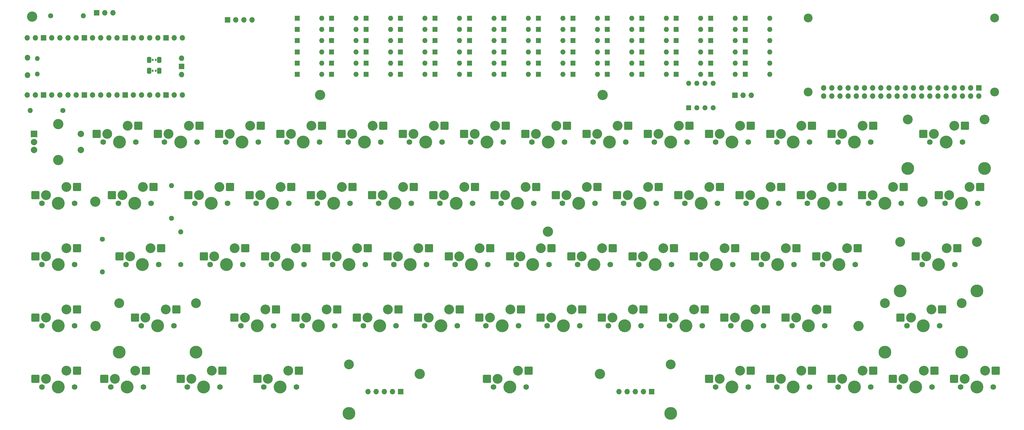
<source format=gbs>
G04 #@! TF.GenerationSoftware,KiCad,Pcbnew,7.0.7*
G04 #@! TF.CreationDate,2023-09-04T20:14:06-04:00*
G04 #@! TF.ProjectId,MainBoard,4d61696e-426f-4617-9264-2e6b69636164,rev?*
G04 #@! TF.SameCoordinates,Original*
G04 #@! TF.FileFunction,Soldermask,Bot*
G04 #@! TF.FilePolarity,Negative*
%FSLAX46Y46*%
G04 Gerber Fmt 4.6, Leading zero omitted, Abs format (unit mm)*
G04 Created by KiCad (PCBNEW 7.0.7) date 2023-09-04 20:14:06*
%MOMM*%
%LPD*%
G01*
G04 APERTURE LIST*
G04 Aperture macros list*
%AMRoundRect*
0 Rectangle with rounded corners*
0 $1 Rounding radius*
0 $2 $3 $4 $5 $6 $7 $8 $9 X,Y pos of 4 corners*
0 Add a 4 corners polygon primitive as box body*
4,1,4,$2,$3,$4,$5,$6,$7,$8,$9,$2,$3,0*
0 Add four circle primitives for the rounded corners*
1,1,$1+$1,$2,$3*
1,1,$1+$1,$4,$5*
1,1,$1+$1,$6,$7*
1,1,$1+$1,$8,$9*
0 Add four rect primitives between the rounded corners*
20,1,$1+$1,$2,$3,$4,$5,0*
20,1,$1+$1,$4,$5,$6,$7,0*
20,1,$1+$1,$6,$7,$8,$9,0*
20,1,$1+$1,$8,$9,$2,$3,0*%
G04 Aperture macros list end*
%ADD10RoundRect,0.250000X0.412500X0.650000X-0.412500X0.650000X-0.412500X-0.650000X0.412500X-0.650000X0*%
%ADD11RoundRect,0.140000X0.140000X0.170000X-0.140000X0.170000X-0.140000X-0.170000X0.140000X-0.170000X0*%
%ADD12R,1.600000X1.600000*%
%ADD13O,1.600000X1.600000*%
%ADD14C,3.200000*%
%ADD15C,3.048000*%
%ADD16C,3.987800*%
%ADD17R,1.700000X1.700000*%
%ADD18O,1.700000X1.700000*%
%ADD19C,2.750000*%
%ADD20R,2.000000X2.000000*%
%ADD21C,2.000000*%
%ADD22O,1.800000X1.800000*%
%ADD23O,1.500000X1.500000*%
%ADD24C,1.750000*%
%ADD25C,3.050000*%
%ADD26C,4.000000*%
%ADD27RoundRect,0.250000X1.025000X1.000000X-1.025000X1.000000X-1.025000X-1.000000X1.025000X-1.000000X0*%
%ADD28C,1.600000*%
G04 APERTURE END LIST*
D10*
X42964500Y-27330400D03*
D11*
X41882000Y-27330400D03*
X40922000Y-27330400D03*
D10*
X39839500Y-27330400D03*
X42964500Y-23980400D03*
D11*
X41882000Y-23980400D03*
X40922000Y-23980400D03*
D10*
X39839500Y-23980400D03*
D12*
X85860000Y-18000000D03*
D13*
X93480000Y-18000000D03*
D14*
X180924200Y-34899600D03*
D12*
X225220000Y-28500000D03*
D13*
X232840000Y-28500000D03*
D14*
X23088600Y-68072000D03*
X92989400Y-34899600D03*
D15*
X275812000Y-42540000D03*
D16*
X275812000Y-57750000D03*
D15*
X299688000Y-42540000D03*
D16*
X299688000Y-57750000D03*
D12*
X128740000Y-14500000D03*
D13*
X136360000Y-14500000D03*
D12*
X118020000Y-28500000D03*
D13*
X125640000Y-28500000D03*
D12*
X160900000Y-11000000D03*
D13*
X168520000Y-11000000D03*
D12*
X85860000Y-14500000D03*
D13*
X93480000Y-14500000D03*
D12*
X182340000Y-18000000D03*
D13*
X189960000Y-18000000D03*
D12*
X128740000Y-21500000D03*
D13*
X136360000Y-21500000D03*
D12*
X203780000Y-18000000D03*
D13*
X211400000Y-18000000D03*
D14*
X280390600Y-68072000D03*
D12*
X107300000Y-28500000D03*
D13*
X114920000Y-28500000D03*
D12*
X96580000Y-14500000D03*
D13*
X104200000Y-14500000D03*
D12*
X150180000Y-28500000D03*
D13*
X157800000Y-28500000D03*
D12*
X193060000Y-11000000D03*
D13*
X200680000Y-11000000D03*
D12*
X225220000Y-21500000D03*
D13*
X232840000Y-21500000D03*
D12*
X107300000Y-11000000D03*
D13*
X114920000Y-11000000D03*
D12*
X128740000Y-11000000D03*
D13*
X136360000Y-11000000D03*
D12*
X203780000Y-14500000D03*
D13*
X211400000Y-14500000D03*
D12*
X150180000Y-11000000D03*
D13*
X157800000Y-11000000D03*
D12*
X160900000Y-21500000D03*
D13*
X168520000Y-21500000D03*
D14*
X163906200Y-77419200D03*
D12*
X203780000Y-28500000D03*
D13*
X211400000Y-28500000D03*
D12*
X118020000Y-21500000D03*
D13*
X125640000Y-21500000D03*
D12*
X171620000Y-28500000D03*
D13*
X179240000Y-28500000D03*
D12*
X193060000Y-14500000D03*
D13*
X200680000Y-14500000D03*
D12*
X203780000Y-21500000D03*
D13*
X211400000Y-21500000D03*
D17*
X64220000Y-11500000D03*
D18*
X66760000Y-11500000D03*
X69300000Y-11500000D03*
X71840000Y-11500000D03*
D12*
X150180000Y-21500000D03*
D13*
X157800000Y-21500000D03*
D12*
X214500000Y-11000000D03*
D13*
X222120000Y-11000000D03*
D12*
X182340000Y-21500000D03*
D13*
X189960000Y-21500000D03*
D12*
X214500000Y-18000000D03*
D13*
X222120000Y-18000000D03*
D17*
X222072200Y-35026600D03*
D18*
X224612200Y-35026600D03*
X227152200Y-35026600D03*
D14*
X180068750Y-121725000D03*
X23190200Y-106781600D03*
D12*
X225220000Y-14500000D03*
D13*
X232840000Y-14500000D03*
D12*
X139460000Y-18000000D03*
D13*
X147080000Y-18000000D03*
D12*
X193060000Y-28500000D03*
D13*
X200680000Y-28500000D03*
D12*
X193060000Y-21500000D03*
D13*
X200680000Y-21500000D03*
D12*
X118020000Y-11000000D03*
D13*
X125640000Y-11000000D03*
D15*
X273430750Y-80640000D03*
D16*
X273430750Y-95850000D03*
D15*
X297306750Y-80640000D03*
D16*
X297306750Y-95850000D03*
D12*
X225220000Y-25000000D03*
D13*
X232840000Y-25000000D03*
D12*
X171620000Y-18000000D03*
D13*
X179240000Y-18000000D03*
D15*
X30543250Y-99690000D03*
D16*
X30543250Y-114900000D03*
D15*
X54419250Y-99690000D03*
D16*
X54419250Y-114900000D03*
D12*
X171620000Y-21500000D03*
D13*
X179240000Y-21500000D03*
D12*
X107300000Y-25000000D03*
D13*
X114920000Y-25000000D03*
D12*
X182340000Y-14500000D03*
D13*
X189960000Y-14500000D03*
D12*
X96580000Y-28500000D03*
D13*
X104200000Y-28500000D03*
D12*
X107300000Y-21500000D03*
D13*
X114920000Y-21500000D03*
D12*
X171620000Y-25000000D03*
D13*
X179240000Y-25000000D03*
D12*
X182340000Y-11000000D03*
D13*
X189960000Y-11000000D03*
D12*
X85860000Y-21500000D03*
D13*
X93480000Y-21500000D03*
D12*
X139460000Y-21500000D03*
D13*
X147080000Y-21500000D03*
D15*
X268668250Y-99690000D03*
D16*
X268668250Y-114900000D03*
D15*
X292544250Y-99690000D03*
D16*
X292544250Y-114900000D03*
D19*
X302800000Y-10950000D03*
X244800000Y-10950000D03*
X302800000Y-33950000D03*
X244800000Y-33950000D03*
D17*
X297930000Y-32680000D03*
D18*
X297930000Y-35220000D03*
X295390000Y-32680000D03*
X295390000Y-35220000D03*
X292850000Y-32680000D03*
X292850000Y-35220000D03*
X290310000Y-32680000D03*
X290310000Y-35220000D03*
X287770000Y-32680000D03*
X287770000Y-35220000D03*
X285230000Y-32680000D03*
X285230000Y-35220000D03*
X282690000Y-32680000D03*
X282690000Y-35220000D03*
X280150000Y-32680000D03*
X280150000Y-35220000D03*
X277610000Y-32680000D03*
X277610000Y-35220000D03*
X275070000Y-32680000D03*
X275070000Y-35220000D03*
X272530000Y-32680000D03*
X272530000Y-35220000D03*
X269990000Y-32680000D03*
X269990000Y-35220000D03*
X267450000Y-32680000D03*
X267450000Y-35220000D03*
X264910000Y-32680000D03*
X264910000Y-35220000D03*
X262370000Y-32680000D03*
X262370000Y-35220000D03*
X259830000Y-32680000D03*
X259830000Y-35220000D03*
X257290000Y-32680000D03*
X257290000Y-35220000D03*
X254750000Y-32680000D03*
X254750000Y-35220000D03*
X252210000Y-32680000D03*
X252210000Y-35220000D03*
X249670000Y-32680000D03*
X249670000Y-35220000D03*
D14*
X260502400Y-106781600D03*
D15*
X102018750Y-118740000D03*
D16*
X102018750Y-133950000D03*
D15*
X202018750Y-118740000D03*
D16*
X202018750Y-133950000D03*
D12*
X160900000Y-28500000D03*
D13*
X168520000Y-28500000D03*
D12*
X214500000Y-25000000D03*
D13*
X222120000Y-25000000D03*
D12*
X182340000Y-28500000D03*
D13*
X189960000Y-28500000D03*
D12*
X128740000Y-18000000D03*
D13*
X136360000Y-18000000D03*
D12*
X214500000Y-21500000D03*
D13*
X222120000Y-21500000D03*
D12*
X85860000Y-28500000D03*
D13*
X93480000Y-28500000D03*
D12*
X160900000Y-18000000D03*
D13*
X168520000Y-18000000D03*
D12*
X171620000Y-11000000D03*
D13*
X179240000Y-11000000D03*
D12*
X150180000Y-18000000D03*
D13*
X157800000Y-18000000D03*
D12*
X107300000Y-18000000D03*
D13*
X114920000Y-18000000D03*
D12*
X193060000Y-25000000D03*
D13*
X200680000Y-25000000D03*
D12*
X203780000Y-25000000D03*
D13*
X211400000Y-25000000D03*
D12*
X96580000Y-11000000D03*
D13*
X104200000Y-11000000D03*
D20*
X4045000Y-47045000D03*
D21*
X4045000Y-52045000D03*
X4045000Y-49545000D03*
D14*
X11545000Y-43945000D03*
X11545000Y-55145000D03*
D21*
X18545000Y-52045000D03*
X18545000Y-47045000D03*
D12*
X139460000Y-28500000D03*
D13*
X147080000Y-28500000D03*
D12*
X150180000Y-25000000D03*
D13*
X157800000Y-25000000D03*
D12*
X225220000Y-11000000D03*
D13*
X232840000Y-11000000D03*
D12*
X118020000Y-25000000D03*
D13*
X125640000Y-25000000D03*
D12*
X85860000Y-11000000D03*
D13*
X93480000Y-11000000D03*
D12*
X128740000Y-25000000D03*
D13*
X136360000Y-25000000D03*
D14*
X123968750Y-121725000D03*
D12*
X203780000Y-11000000D03*
D13*
X211400000Y-11000000D03*
D14*
X3403600Y-10515600D03*
D12*
X96580000Y-21500000D03*
D13*
X104200000Y-21500000D03*
D12*
X150180000Y-14500000D03*
D13*
X157800000Y-14500000D03*
D12*
X118020000Y-18000000D03*
D13*
X125640000Y-18000000D03*
D12*
X207645000Y-38912800D03*
D13*
X210185000Y-38912800D03*
X212725000Y-38912800D03*
X215265000Y-38912800D03*
X215265000Y-31292800D03*
X212725000Y-31292800D03*
X210185000Y-31292800D03*
X207645000Y-31292800D03*
D12*
X225220000Y-18000000D03*
D13*
X232840000Y-18000000D03*
D12*
X96580000Y-18000000D03*
D13*
X104200000Y-18000000D03*
D12*
X193060000Y-18000000D03*
D13*
X200680000Y-18000000D03*
D22*
X2000000Y-28725000D03*
D23*
X5030000Y-28425000D03*
X5030000Y-23575000D03*
D22*
X2000000Y-23275000D03*
D18*
X1870000Y-34890000D03*
X4410000Y-34890000D03*
D17*
X6950000Y-34890000D03*
D18*
X9490000Y-34890000D03*
X12030000Y-34890000D03*
X14570000Y-34890000D03*
X17110000Y-34890000D03*
D17*
X19650000Y-34890000D03*
D18*
X22190000Y-34890000D03*
X24730000Y-34890000D03*
X27270000Y-34890000D03*
X29810000Y-34890000D03*
D17*
X32350000Y-34890000D03*
D18*
X34890000Y-34890000D03*
X37430000Y-34890000D03*
X39970000Y-34890000D03*
X42510000Y-34890000D03*
D17*
X45050000Y-34890000D03*
D18*
X47590000Y-34890000D03*
X50130000Y-34890000D03*
X50130000Y-17110000D03*
X47590000Y-17110000D03*
D17*
X45050000Y-17110000D03*
D18*
X42510000Y-17110000D03*
X39970000Y-17110000D03*
X37430000Y-17110000D03*
X34890000Y-17110000D03*
D17*
X32350000Y-17110000D03*
D18*
X29810000Y-17110000D03*
X27270000Y-17110000D03*
X24730000Y-17110000D03*
X22190000Y-17110000D03*
D17*
X19650000Y-17110000D03*
D18*
X17110000Y-17110000D03*
X14570000Y-17110000D03*
X12030000Y-17110000D03*
X9490000Y-17110000D03*
D17*
X6950000Y-17110000D03*
D18*
X4410000Y-17110000D03*
X1870000Y-17110000D03*
X49900000Y-28540000D03*
D17*
X49900000Y-26000000D03*
D18*
X49900000Y-23460000D03*
D12*
X107300000Y-14500000D03*
D13*
X114920000Y-14500000D03*
D12*
X85860000Y-25000000D03*
D13*
X93480000Y-25000000D03*
D12*
X139460000Y-11000000D03*
D13*
X147080000Y-11000000D03*
D12*
X214500000Y-14500000D03*
D13*
X222120000Y-14500000D03*
D12*
X160900000Y-25000000D03*
D13*
X168520000Y-25000000D03*
D12*
X139460000Y-25000000D03*
D13*
X147080000Y-25000000D03*
D12*
X96580000Y-25000000D03*
D13*
X104200000Y-25000000D03*
D12*
X128740000Y-28500000D03*
D13*
X136360000Y-28500000D03*
D12*
X214500000Y-28500000D03*
D13*
X222120000Y-28500000D03*
D12*
X182340000Y-25000000D03*
D13*
X189960000Y-25000000D03*
D12*
X118020000Y-14500000D03*
D13*
X125640000Y-14500000D03*
D12*
X171620000Y-14500000D03*
D13*
X179240000Y-14500000D03*
D12*
X160900000Y-14500000D03*
D13*
X168520000Y-14500000D03*
D12*
X139460000Y-14500000D03*
D13*
X147080000Y-14500000D03*
D24*
X145192500Y-87625000D03*
D25*
X142652500Y-82545000D03*
D26*
X140112500Y-87625000D03*
D25*
X136302500Y-85085000D03*
D24*
X135032500Y-87625000D03*
D27*
X133027500Y-85085000D03*
X145954500Y-82545000D03*
D24*
X102330000Y-68575000D03*
D25*
X99790000Y-63495000D03*
D26*
X97250000Y-68575000D03*
D25*
X93440000Y-66035000D03*
D24*
X92170000Y-68575000D03*
D27*
X90165000Y-66035000D03*
X103092000Y-63495000D03*
D24*
X157098750Y-125724999D03*
D25*
X154558750Y-120644999D03*
D26*
X152018750Y-125724999D03*
D25*
X148208750Y-123184999D03*
D24*
X146938750Y-125724999D03*
D27*
X144933750Y-123184999D03*
X157860750Y-120644999D03*
D24*
X183292500Y-87625000D03*
D25*
X180752500Y-82545000D03*
D26*
X178212500Y-87625000D03*
D25*
X174402500Y-85085000D03*
D24*
X173132500Y-87625000D03*
D27*
X171127500Y-85085000D03*
X184054500Y-82545000D03*
D24*
X16605000Y-106674999D03*
D25*
X14065000Y-101594999D03*
D26*
X11525000Y-106674999D03*
D25*
X7715000Y-104134999D03*
D24*
X6445000Y-106674999D03*
D27*
X4440000Y-104134999D03*
X17367000Y-101594999D03*
D24*
X221392500Y-87625000D03*
D25*
X218852500Y-82545000D03*
D26*
X216312500Y-87625000D03*
D25*
X212502500Y-85085000D03*
D24*
X211232500Y-87625000D03*
D27*
X209227500Y-85085000D03*
X222154500Y-82545000D03*
D24*
X226155000Y-49525000D03*
D25*
X223615000Y-44445000D03*
D26*
X221075000Y-49525000D03*
D25*
X217265000Y-46985000D03*
D24*
X215995000Y-49525000D03*
D27*
X213990000Y-46985000D03*
X226917000Y-44445000D03*
D24*
X140430000Y-68575000D03*
D25*
X137890000Y-63495000D03*
D26*
X135350000Y-68575000D03*
D25*
X131540000Y-66035000D03*
D24*
X130270000Y-68575000D03*
D27*
X128265000Y-66035000D03*
X141192000Y-63495000D03*
D24*
X240442500Y-87625000D03*
D25*
X237902500Y-82545000D03*
D26*
X235362500Y-87625000D03*
D25*
X231552500Y-85085000D03*
D24*
X230282500Y-87625000D03*
D27*
X228277500Y-85085000D03*
X241204500Y-82545000D03*
D24*
X197580000Y-68575000D03*
D25*
X195040000Y-63495000D03*
D26*
X192500000Y-68575000D03*
D25*
X188690000Y-66035000D03*
D24*
X187420000Y-68575000D03*
D27*
X185415000Y-66035000D03*
X198342000Y-63495000D03*
D24*
X211867500Y-106674999D03*
D25*
X209327500Y-101594999D03*
D26*
X206787500Y-106674999D03*
D25*
X202977500Y-104134999D03*
D24*
X201707500Y-106674999D03*
D27*
X199702500Y-104134999D03*
X212629500Y-101594999D03*
D24*
X83280000Y-68575000D03*
D25*
X80740000Y-63495000D03*
D26*
X78200000Y-68575000D03*
D25*
X74390000Y-66035000D03*
D24*
X73120000Y-68575000D03*
D27*
X71115000Y-66035000D03*
X84042000Y-63495000D03*
D17*
X118048750Y-127160000D03*
D18*
X115508750Y-127160000D03*
X112968750Y-127160000D03*
X110428750Y-127160000D03*
X107888750Y-127160000D03*
D24*
X121380000Y-68575000D03*
D25*
X118840000Y-63495000D03*
D26*
X116300000Y-68575000D03*
D25*
X112490000Y-66035000D03*
D24*
X111220000Y-68575000D03*
D27*
X109215000Y-66035000D03*
X122142000Y-63495000D03*
D24*
X97567500Y-106674999D03*
D25*
X95027500Y-101594999D03*
D26*
X92487500Y-106674999D03*
D25*
X88677500Y-104134999D03*
D24*
X87407500Y-106674999D03*
D27*
X85402500Y-104134999D03*
X98329500Y-101594999D03*
D24*
X264255000Y-49525000D03*
D25*
X261715000Y-44445000D03*
D26*
X259175000Y-49525000D03*
D25*
X255365000Y-46985000D03*
D24*
X254095000Y-49525000D03*
D27*
X252090000Y-46985000D03*
X265017000Y-44445000D03*
D24*
X273780000Y-68575000D03*
D25*
X271240000Y-63495000D03*
D26*
X268700000Y-68575000D03*
D25*
X264890000Y-66035000D03*
D24*
X263620000Y-68575000D03*
D27*
X261615000Y-66035000D03*
X274542000Y-63495000D03*
D24*
X290448750Y-87625000D03*
D25*
X287908750Y-82545000D03*
D26*
X285368750Y-87625000D03*
D25*
X281558750Y-85085000D03*
D24*
X280288750Y-87625000D03*
D27*
X278283750Y-85085000D03*
X291210750Y-82545000D03*
D24*
X85661250Y-125724999D03*
D25*
X83121250Y-120644999D03*
D26*
X80581250Y-125724999D03*
D25*
X76771250Y-123184999D03*
D24*
X75501250Y-125724999D03*
D27*
X73496250Y-123184999D03*
X86423250Y-120644999D03*
D24*
X226155000Y-125724999D03*
D25*
X223615000Y-120644999D03*
D26*
X221075000Y-125724999D03*
D25*
X217265000Y-123184999D03*
D24*
X215995000Y-125724999D03*
D27*
X213990000Y-123184999D03*
X226917000Y-120644999D03*
D24*
X61848750Y-125724999D03*
D25*
X59308750Y-120644999D03*
D26*
X56768750Y-125724999D03*
D25*
X52958750Y-123184999D03*
D24*
X51688750Y-125724999D03*
D27*
X49683750Y-123184999D03*
X62610750Y-120644999D03*
D24*
X35655000Y-49525000D03*
D25*
X33115000Y-44445000D03*
D26*
X30575000Y-49525000D03*
D25*
X26765000Y-46985000D03*
D24*
X25495000Y-49525000D03*
D27*
X23490000Y-46985000D03*
X36417000Y-44445000D03*
D24*
X264255000Y-125724999D03*
D25*
X261715000Y-120644999D03*
D26*
X259175000Y-125724999D03*
D25*
X255365000Y-123184999D03*
D24*
X254095000Y-125724999D03*
D27*
X252090000Y-123184999D03*
X265017000Y-120644999D03*
D24*
X42798750Y-87625000D03*
D25*
X40258750Y-82545000D03*
D26*
X37718750Y-87625000D03*
D25*
X33908750Y-85085000D03*
D24*
X32638750Y-87625000D03*
D27*
X30633750Y-85085000D03*
X43560750Y-82545000D03*
D24*
X259492500Y-87625000D03*
D25*
X256952500Y-82545000D03*
D26*
X254412500Y-87625000D03*
D25*
X250602500Y-85085000D03*
D24*
X249332500Y-87625000D03*
D27*
X247327500Y-85085000D03*
X260254500Y-82545000D03*
D24*
X283305000Y-125724999D03*
D25*
X280765000Y-120644999D03*
D26*
X278225000Y-125724999D03*
D25*
X274415000Y-123184999D03*
D24*
X273145000Y-125724999D03*
D27*
X271140000Y-123184999D03*
X284067000Y-120644999D03*
D28*
X49657000Y-87655400D03*
D13*
X49657000Y-77495400D03*
D24*
X38036249Y-125724999D03*
D25*
X35496249Y-120644999D03*
D26*
X32956249Y-125724999D03*
D25*
X29146249Y-123184999D03*
D24*
X27876249Y-125724999D03*
D27*
X25871249Y-123184999D03*
X38798249Y-120644999D03*
D24*
X173767500Y-106674999D03*
D25*
X171227500Y-101594999D03*
D26*
X168687500Y-106674999D03*
D25*
X164877500Y-104134999D03*
D24*
X163607500Y-106674999D03*
D27*
X161602500Y-104134999D03*
X174529500Y-101594999D03*
D24*
X130904999Y-49525000D03*
D25*
X128364999Y-44445000D03*
D26*
X125824999Y-49525000D03*
D25*
X122014999Y-46985000D03*
D24*
X120744999Y-49525000D03*
D27*
X118739999Y-46985000D03*
X131666999Y-44445000D03*
D24*
X135667500Y-106674999D03*
D25*
X133127500Y-101594999D03*
D26*
X130587500Y-106674999D03*
D25*
X126777500Y-104134999D03*
D24*
X125507500Y-106674999D03*
D27*
X123502500Y-104134999D03*
X136429500Y-101594999D03*
D24*
X245205000Y-49525000D03*
D25*
X242665000Y-44445000D03*
D26*
X240125000Y-49525000D03*
D25*
X236315000Y-46985000D03*
D24*
X235045000Y-49525000D03*
D27*
X233040000Y-46985000D03*
X245967000Y-44445000D03*
D24*
X64230000Y-68575000D03*
D25*
X61690000Y-63495000D03*
D26*
X59150000Y-68575000D03*
D25*
X55340000Y-66035000D03*
D24*
X54070000Y-68575000D03*
D27*
X52065000Y-66035000D03*
X64992000Y-63495000D03*
D24*
X54705000Y-49525000D03*
D25*
X52165000Y-44445000D03*
D26*
X49625000Y-49525000D03*
D25*
X45815000Y-46985000D03*
D24*
X44545000Y-49525000D03*
D27*
X42540000Y-46985000D03*
X55467000Y-44445000D03*
D17*
X196148750Y-127160000D03*
D18*
X193608750Y-127160000D03*
X191068750Y-127160000D03*
X188528750Y-127160000D03*
X185988750Y-127160000D03*
D24*
X188055000Y-49525000D03*
D25*
X185515000Y-44445000D03*
D26*
X182975000Y-49525000D03*
D25*
X179165000Y-46985000D03*
D24*
X177895000Y-49525000D03*
D27*
X175890000Y-46985000D03*
X188817000Y-44445000D03*
D24*
X249967500Y-106674999D03*
D25*
X247427500Y-101594999D03*
D26*
X244887500Y-106674999D03*
D25*
X241077500Y-104134999D03*
D24*
X239807500Y-106674999D03*
D27*
X237802500Y-104134999D03*
X250729500Y-101594999D03*
D24*
X285686250Y-106674999D03*
D25*
X283146250Y-101594999D03*
D26*
X280606250Y-106674999D03*
D25*
X276796250Y-104134999D03*
D24*
X275526250Y-106674999D03*
D27*
X273521250Y-104134999D03*
X286448250Y-101594999D03*
D28*
X13030200Y-39751000D03*
D13*
X2870200Y-39751000D03*
D28*
X25273000Y-79806800D03*
D13*
X25273000Y-89966800D03*
D24*
X16605000Y-125724999D03*
D25*
X14065000Y-120644999D03*
D26*
X11525000Y-125724999D03*
D25*
X7715000Y-123184999D03*
D24*
X6445000Y-125724999D03*
D27*
X4440000Y-123184999D03*
X17367000Y-120644999D03*
D24*
X16605000Y-87625000D03*
D25*
X14065000Y-82545000D03*
D26*
X11525000Y-87625000D03*
D25*
X7715000Y-85085000D03*
D24*
X6445000Y-87625000D03*
D27*
X4440000Y-85085000D03*
X17367000Y-82545000D03*
D24*
X230917500Y-106674999D03*
D25*
X228377500Y-101594999D03*
D26*
X225837500Y-106674999D03*
D25*
X222027500Y-104134999D03*
D24*
X220757500Y-106674999D03*
D27*
X218752500Y-104134999D03*
X231679500Y-101594999D03*
D28*
X9220200Y-10236200D03*
D13*
X19380200Y-10236200D03*
D24*
X169005000Y-49525000D03*
D25*
X166465000Y-44445000D03*
D26*
X163925000Y-49525000D03*
D25*
X160115000Y-46985000D03*
D24*
X158845000Y-49525000D03*
D27*
X156840000Y-46985000D03*
X169767000Y-44445000D03*
D24*
X297592500Y-68575000D03*
D25*
X295052500Y-63495000D03*
D26*
X292512500Y-68575000D03*
D25*
X288702500Y-66035000D03*
D24*
X287432500Y-68575000D03*
D27*
X285427500Y-66035000D03*
X298354500Y-63495000D03*
D24*
X107092500Y-87625000D03*
D25*
X104552500Y-82545000D03*
D26*
X102012500Y-87625000D03*
D25*
X98202500Y-85085000D03*
D24*
X96932500Y-87625000D03*
D27*
X94927500Y-85085000D03*
X107854500Y-82545000D03*
D24*
X202342500Y-87625000D03*
D25*
X199802500Y-82545000D03*
D26*
X197262500Y-87625000D03*
D25*
X193452500Y-85085000D03*
D24*
X192182500Y-87625000D03*
D27*
X190177500Y-85085000D03*
X203104500Y-82545000D03*
D28*
X46786800Y-73279000D03*
D13*
X46786800Y-63119000D03*
D24*
X245205000Y-125724999D03*
D25*
X242665000Y-120644999D03*
D26*
X240125000Y-125724999D03*
D25*
X236315000Y-123184999D03*
D24*
X235045000Y-125724999D03*
D27*
X233040000Y-123184999D03*
X245967000Y-120644999D03*
D24*
X16605000Y-68575000D03*
D25*
X14065000Y-63495000D03*
D26*
X11525000Y-68575000D03*
D25*
X7715000Y-66035000D03*
D24*
X6445000Y-68575000D03*
D27*
X4440000Y-66035000D03*
X17367000Y-63495000D03*
D24*
X178530000Y-68575000D03*
D25*
X175990000Y-63495000D03*
D26*
X173450000Y-68575000D03*
D25*
X169640000Y-66035000D03*
D24*
X168370000Y-68575000D03*
D27*
X166365000Y-66035000D03*
X179292000Y-63495000D03*
D24*
X302355000Y-125724999D03*
D25*
X299815000Y-120644999D03*
D26*
X297275000Y-125724999D03*
D25*
X293465000Y-123184999D03*
D24*
X292195000Y-125724999D03*
D27*
X290190000Y-123184999D03*
X303117000Y-120644999D03*
D24*
X292830000Y-49525000D03*
D25*
X290290000Y-44445000D03*
D26*
X287750000Y-49525000D03*
D25*
X283940000Y-46985000D03*
D24*
X282670000Y-49525000D03*
D27*
X280665000Y-46985000D03*
X293592000Y-44445000D03*
D24*
X254730000Y-68575000D03*
D25*
X252190000Y-63495000D03*
D26*
X249650000Y-68575000D03*
D25*
X245840000Y-66035000D03*
D24*
X244570000Y-68575000D03*
D27*
X242565000Y-66035000D03*
X255492000Y-63495000D03*
D17*
X23520400Y-9347200D03*
D18*
X26060400Y-9347200D03*
X28600400Y-9347200D03*
D24*
X68992500Y-87625000D03*
D25*
X66452500Y-82545000D03*
D26*
X63912500Y-87625000D03*
D25*
X60102500Y-85085000D03*
D24*
X58832500Y-87625000D03*
D27*
X56827500Y-85085000D03*
X69754500Y-82545000D03*
D24*
X88042500Y-87625000D03*
D25*
X85502500Y-82545000D03*
D26*
X82962500Y-87625000D03*
D25*
X79152500Y-85085000D03*
D24*
X77882500Y-87625000D03*
D27*
X75877500Y-85085000D03*
X88804500Y-82545000D03*
D24*
X159480000Y-68575000D03*
D25*
X156940000Y-63495000D03*
D26*
X154400000Y-68575000D03*
D25*
X150590000Y-66035000D03*
D24*
X149320000Y-68575000D03*
D27*
X147315000Y-66035000D03*
X160242000Y-63495000D03*
D24*
X73755000Y-49525000D03*
D25*
X71215000Y-44445000D03*
D26*
X68675000Y-49525000D03*
D25*
X64865000Y-46985000D03*
D24*
X63595000Y-49525000D03*
D27*
X61590000Y-46985000D03*
X74517000Y-44445000D03*
D24*
X92805000Y-49525000D03*
D25*
X90265000Y-44445000D03*
D26*
X87725000Y-49525000D03*
D25*
X83915000Y-46985000D03*
D24*
X82645000Y-49525000D03*
D27*
X80640000Y-46985000D03*
X93567000Y-44445000D03*
D24*
X40417500Y-68575000D03*
D25*
X37877500Y-63495000D03*
D26*
X35337500Y-68575000D03*
D25*
X31527500Y-66035000D03*
D24*
X30257500Y-68575000D03*
D27*
X28252500Y-66035000D03*
X41179500Y-63495000D03*
D24*
X111854999Y-49525000D03*
D25*
X109314999Y-44445000D03*
D26*
X106774999Y-49525000D03*
D25*
X102964999Y-46985000D03*
D24*
X101694999Y-49525000D03*
D27*
X99689999Y-46985000D03*
X112616999Y-44445000D03*
D24*
X207105000Y-49525000D03*
D25*
X204565000Y-44445000D03*
D26*
X202025000Y-49525000D03*
D25*
X198215000Y-46985000D03*
D24*
X196945000Y-49525000D03*
D27*
X194940000Y-46985000D03*
X207867000Y-44445000D03*
D24*
X78517500Y-106674999D03*
D25*
X75977500Y-101594999D03*
D26*
X73437500Y-106674999D03*
D25*
X69627500Y-104134999D03*
D24*
X68357500Y-106674999D03*
D27*
X66352500Y-104134999D03*
X79279500Y-101594999D03*
D24*
X47561250Y-106674999D03*
D25*
X45021250Y-101594999D03*
D26*
X42481250Y-106674999D03*
D25*
X38671250Y-104134999D03*
D24*
X37401250Y-106674999D03*
D27*
X35396250Y-104134999D03*
X48323250Y-101594999D03*
D24*
X126142500Y-87625000D03*
D25*
X123602500Y-82545000D03*
D26*
X121062500Y-87625000D03*
D25*
X117252500Y-85085000D03*
D24*
X115982500Y-87625000D03*
D27*
X113977500Y-85085000D03*
X126904500Y-82545000D03*
D24*
X235680000Y-68575000D03*
D25*
X233140000Y-63495000D03*
D26*
X230600000Y-68575000D03*
D25*
X226790000Y-66035000D03*
D24*
X225520000Y-68575000D03*
D27*
X223515000Y-66035000D03*
X236442000Y-63495000D03*
D24*
X149955000Y-49525000D03*
D25*
X147415000Y-44445000D03*
D26*
X144875000Y-49525000D03*
D25*
X141065000Y-46985000D03*
D24*
X139795000Y-49525000D03*
D27*
X137790000Y-46985000D03*
X150717000Y-44445000D03*
D24*
X116617500Y-106674999D03*
D25*
X114077500Y-101594999D03*
D26*
X111537500Y-106674999D03*
D25*
X107727500Y-104134999D03*
D24*
X106457500Y-106674999D03*
D27*
X104452500Y-104134999D03*
X117379500Y-101594999D03*
D24*
X216630000Y-68575000D03*
D25*
X214090000Y-63495000D03*
D26*
X211550000Y-68575000D03*
D25*
X207740000Y-66035000D03*
D24*
X206470000Y-68575000D03*
D27*
X204465000Y-66035000D03*
X217392000Y-63495000D03*
D24*
X192817500Y-106674999D03*
D25*
X190277500Y-101594999D03*
D26*
X187737500Y-106674999D03*
D25*
X183927500Y-104134999D03*
D24*
X182657500Y-106674999D03*
D27*
X180652500Y-104134999D03*
X193579500Y-101594999D03*
D24*
X154717500Y-106674999D03*
D25*
X152177500Y-101594999D03*
D26*
X149637500Y-106674999D03*
D25*
X145827500Y-104134999D03*
D24*
X144557500Y-106674999D03*
D27*
X142552500Y-104134999D03*
X155479500Y-101594999D03*
D24*
X164242500Y-87625000D03*
D25*
X161702500Y-82545000D03*
D26*
X159162500Y-87625000D03*
D25*
X155352500Y-85085000D03*
D24*
X154082500Y-87625000D03*
D27*
X152077500Y-85085000D03*
X165004500Y-82545000D03*
M02*

</source>
